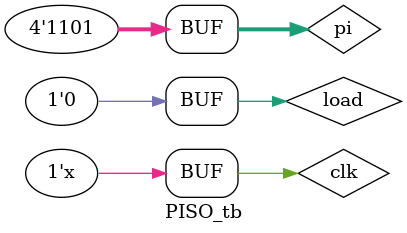
<source format=v>
`timescale 1ns / 1ps
module PISO(clk,pi,load,so);
input clk, load;
input [3:0] pi;
output reg so;
reg [3:0] tmp;
always @(posedge clk)
begin
    if(load)
        tmp<=pi;
    else
    begin
        so<=tmp[0];
        tmp<={1'b0, tmp[3:1]};
    end
end
endmodule

module PISO_tb();
reg clk;
reg [3:0] pi=4'b1101;
wire so;
reg load;
PISO U(.clk(clk),.pi(pi),.so(so),.load(load));
initial begin
clk = 0; load = 1;#10;
load = 0;
end
always #5 clk=~clk;
endmodule

</source>
